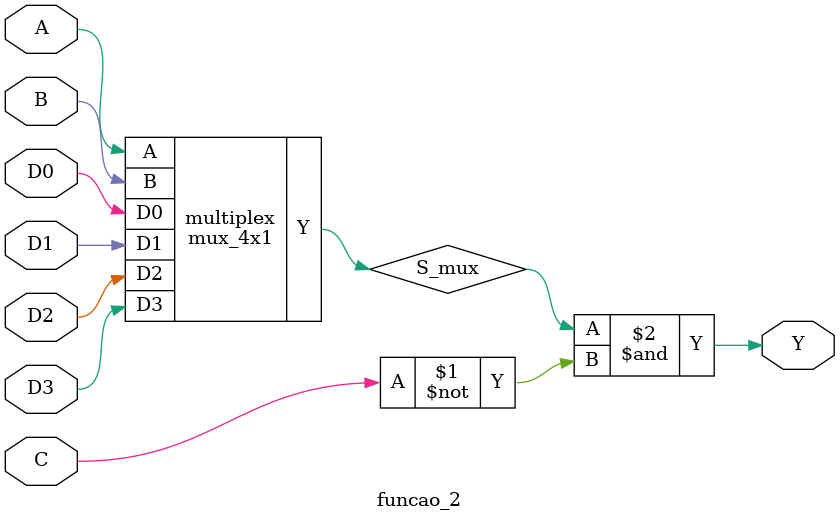
<source format=v>
module mux_4x1 (
    input A, B, D0,D1,D2,D3,
    output Y );

    assign Y = ({A,B} == 2'b00) ? D0 :
                ({A,B} == 2'b01) ? D1 :
                ({A,B} == 2'b10) ? D2 : D3;
                

endmodule

module funcao_1 (
    input A, B, D0,D1,D2,D3,
    output Y 
);

mux_4x1 multiplex(
        .A(A), 
        .B(B), 
        .D0(D0),
        .D1(D1),
        .D2(D2),
        .D3(D3),
        .Y(Y) 
);

endmodule

module funcao_2 (
    input A, B,C, D0,D1,D2,D3,
    output Y 
);
wire S_mux;
mux_4x1 multiplex(
        .A(A), 
        .B(B), 
        .D0(D0),
        .D1(D1),
        .D2(D2),
        .D3(D3),
        .Y(S_mux) 
);

assign Y = S_mux & (~C);
endmodule

</source>
